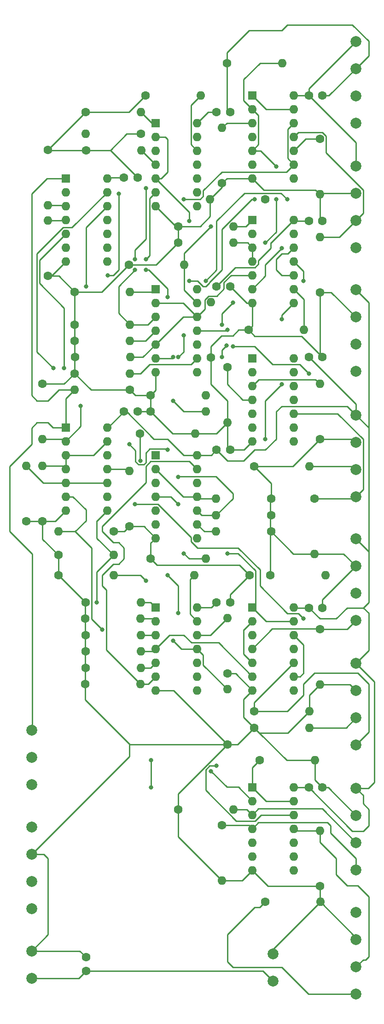
<source format=gbr>
%TF.GenerationSoftware,KiCad,Pcbnew,(6.0.8)*%
%TF.CreationDate,2022-11-05T23:26:06+09:00*%
%TF.ProjectId,CIRCUITOS,43495243-5549-4544-9f53-2e6b69636164,rev?*%
%TF.SameCoordinates,Original*%
%TF.FileFunction,Copper,L1,Top*%
%TF.FilePolarity,Positive*%
%FSLAX46Y46*%
G04 Gerber Fmt 4.6, Leading zero omitted, Abs format (unit mm)*
G04 Created by KiCad (PCBNEW (6.0.8)) date 2022-11-05 23:26:06*
%MOMM*%
%LPD*%
G01*
G04 APERTURE LIST*
%TA.AperFunction,ComponentPad*%
%ADD10C,1.600000*%
%TD*%
%TA.AperFunction,ComponentPad*%
%ADD11O,1.600000X1.600000*%
%TD*%
%TA.AperFunction,ComponentPad*%
%ADD12R,1.600000X1.600000*%
%TD*%
%TA.AperFunction,ComponentPad*%
%ADD13C,2.000000*%
%TD*%
%TA.AperFunction,ViaPad*%
%ADD14C,0.800000*%
%TD*%
%TA.AperFunction,Conductor*%
%ADD15C,0.250000*%
%TD*%
G04 APERTURE END LIST*
D10*
%TO.P,R90,1*%
%TO.N,GND*%
X129920000Y-113000000D03*
D11*
%TO.P,R90,2*%
%TO.N,XO_B_in_A*%
X140080000Y-113000000D03*
%TD*%
D10*
%TO.P,R89,1*%
%TO.N,GND*%
X117920000Y-127000000D03*
D11*
%TO.P,R89,2*%
%TO.N,XO_B_in_B*%
X128080000Y-127000000D03*
%TD*%
D10*
%TO.P,R87,1*%
%TO.N,GND*%
X152080000Y-102000000D03*
D11*
%TO.P,R87,2*%
%TO.N,XO_A_in_B*%
X141920000Y-102000000D03*
%TD*%
D10*
%TO.P,R86,1*%
%TO.N,GND*%
X112920000Y-116000000D03*
D11*
%TO.P,R86,2*%
%TO.N,XO_A_in_A*%
X123080000Y-116000000D03*
%TD*%
D10*
%TO.P,R85,1*%
%TO.N,GND*%
X152080000Y-108000000D03*
D11*
%TO.P,R85,2*%
%TO.N,RX_MJ1*%
X141920000Y-108000000D03*
%TD*%
D10*
%TO.P,R84,1*%
%TO.N,GND*%
X152080000Y-105000000D03*
D11*
%TO.P,R84,2*%
%TO.N,RX_MJ0*%
X141920000Y-105000000D03*
%TD*%
D10*
%TO.P,R83,1*%
%TO.N,GND*%
X117840000Y-136000000D03*
D11*
%TO.P,R83,2*%
%TO.N,XO_C_in_A*%
X128000000Y-136000000D03*
%TD*%
D10*
%TO.P,R82,1*%
%TO.N,GND*%
X144000000Y-147080000D03*
D11*
%TO.P,R82,2*%
%TO.N,XO_C_in_B*%
X144000000Y-136920000D03*
%TD*%
D10*
%TO.P,R81,1*%
%TO.N,GND*%
X117920000Y-130000000D03*
D11*
%TO.P,R81,2*%
%TO.N,RX_MJ4*%
X128080000Y-130000000D03*
%TD*%
D10*
%TO.P,R80,1*%
%TO.N,GND*%
X117920000Y-133000000D03*
D11*
%TO.P,R80,2*%
%TO.N,RX_MJ5*%
X128080000Y-133000000D03*
%TD*%
D10*
%TO.P,R79,1*%
%TO.N,GND*%
X117840000Y-124000000D03*
D11*
%TO.P,R79,2*%
%TO.N,RX_MJ3*%
X128000000Y-124000000D03*
%TD*%
D10*
%TO.P,R78,1*%
%TO.N,GND*%
X117920000Y-121000000D03*
D11*
%TO.P,R78,2*%
%TO.N,RX_MJ2*%
X128080000Y-121000000D03*
%TD*%
D10*
%TO.P,R77,1*%
%TO.N,GND*%
X148080000Y-116000000D03*
D11*
%TO.P,R77,2*%
%TO.N,RX_MJ6*%
X137920000Y-116000000D03*
%TD*%
D10*
%TO.P,R76,1*%
%TO.N,GND*%
X144000000Y-134080000D03*
D11*
%TO.P,R76,2*%
%TO.N,RX_MJ7*%
X144000000Y-123920000D03*
%TD*%
D10*
%TO.P,R69,1*%
%TO.N,GND*%
X123080000Y-108000000D03*
D11*
%TO.P,R69,2*%
%TO.N,AND_J_out*%
X112920000Y-108000000D03*
%TD*%
D10*
%TO.P,R67,1*%
%TO.N,GND*%
X118000000Y-38000000D03*
D11*
%TO.P,R67,2*%
%TO.N,XO_I_in_A*%
X128160000Y-38000000D03*
%TD*%
D10*
%TO.P,R64,1*%
%TO.N,GND*%
X117920000Y-31000000D03*
D11*
%TO.P,R64,2*%
%TO.N,XO_H_in_A*%
X128080000Y-31000000D03*
%TD*%
D10*
%TO.P,R62,1*%
%TO.N,GND*%
X128920000Y-28000000D03*
D11*
%TO.P,R62,2*%
%TO.N,XO_J_in_B*%
X139080000Y-28000000D03*
%TD*%
D10*
%TO.P,R61,1*%
%TO.N,GND*%
X126080000Y-82000000D03*
D11*
%TO.P,R61,2*%
%TO.N,A*%
X115920000Y-82000000D03*
%TD*%
D10*
%TO.P,R60,1*%
%TO.N,GND*%
X111000000Y-37920000D03*
D11*
%TO.P,R60,2*%
%TO.N,AND_C_in_B*%
X111000000Y-48080000D03*
%TD*%
D10*
%TO.P,R59,1*%
%TO.N,GND*%
X110000000Y-80920000D03*
D11*
%TO.P,R59,2*%
%TO.N,AND_D_in_B*%
X110000000Y-91080000D03*
%TD*%
D10*
%TO.P,R54,1*%
%TO.N,GND*%
X110000000Y-106080000D03*
D11*
%TO.P,R54,2*%
%TO.N,AND_I_out*%
X110000000Y-95920000D03*
%TD*%
D10*
%TO.P,R53,1*%
%TO.N,GND*%
X107000000Y-106080000D03*
D11*
%TO.P,R53,2*%
%TO.N,AND_D_out*%
X107000000Y-95920000D03*
%TD*%
D10*
%TO.P,R52,1*%
%TO.N,GND*%
X128080000Y-35000000D03*
D11*
%TO.P,R52,2*%
%TO.N,AND_K_in_B*%
X117920000Y-35000000D03*
%TD*%
D10*
%TO.P,R49,1*%
%TO.N,GND*%
X115920000Y-64000000D03*
D11*
%TO.P,R49,2*%
%TO.N,AND_E_in_A*%
X126080000Y-64000000D03*
%TD*%
D10*
%TO.P,R48,1*%
%TO.N,GND*%
X125920000Y-59000000D03*
D11*
%TO.P,R48,2*%
%TO.N,AND_C_out*%
X136080000Y-59000000D03*
%TD*%
D10*
%TO.P,R46,1*%
%TO.N,GND*%
X115920000Y-73000000D03*
D11*
%TO.P,R46,2*%
%TO.N,AND_F_in_A*%
X126080000Y-73000000D03*
%TD*%
D10*
%TO.P,R45,1*%
%TO.N,GND*%
X116000000Y-76000000D03*
D11*
%TO.P,R45,2*%
%TO.N,AND_B_in_B*%
X126160000Y-76000000D03*
%TD*%
D10*
%TO.P,R44,1*%
%TO.N,GND*%
X115920000Y-79000000D03*
D11*
%TO.P,R44,2*%
%TO.N,AND_H_in_B*%
X126080000Y-79000000D03*
%TD*%
D10*
%TO.P,R43,1*%
%TO.N,GND*%
X111000000Y-61080000D03*
D11*
%TO.P,R43,2*%
%TO.N,AND_A_in_B*%
X111000000Y-50920000D03*
%TD*%
D10*
%TO.P,R41,1*%
%TO.N,GND*%
X134920000Y-52000000D03*
D11*
%TO.P,R41,2*%
%TO.N,AND_A_in_A*%
X145080000Y-52000000D03*
%TD*%
D10*
%TO.P,R38,1*%
%TO.N,GND*%
X134920000Y-55000000D03*
D11*
%TO.P,R38,2*%
%TO.N,AND_A_out*%
X145080000Y-55000000D03*
%TD*%
D10*
%TO.P,R34,1*%
%TO.N,GND*%
X134920000Y-159000000D03*
D11*
%TO.P,R34,2*%
%TO.N,J6_RX*%
X145080000Y-159000000D03*
%TD*%
D10*
%TO.P,R33,1*%
%TO.N,GND*%
X112920000Y-112320000D03*
D11*
%TO.P,R33,2*%
%TO.N,AND_M_out*%
X123080000Y-112320000D03*
%TD*%
D10*
%TO.P,R31,1*%
%TO.N,GND*%
X161000000Y-173080000D03*
D11*
%TO.P,R31,2*%
%TO.N,J7_RX*%
X161000000Y-162920000D03*
%TD*%
D10*
%TO.P,R30,1*%
%TO.N,J6_TX*%
X143000000Y-161920000D03*
D11*
%TO.P,R30,2*%
%TO.N,GND*%
X143000000Y-172080000D03*
%TD*%
D10*
%TO.P,R27,1*%
%TO.N,J7_TX*%
X150920000Y-176000000D03*
D11*
%TO.P,R27,2*%
%TO.N,GND*%
X161080000Y-176000000D03*
%TD*%
D10*
%TO.P,R26,1*%
%TO.N,GND*%
X151920000Y-116000000D03*
D11*
%TO.P,R26,2*%
%TO.N,J4_RX*%
X162080000Y-116000000D03*
%TD*%
D10*
%TO.P,R25,1*%
%TO.N,GND*%
X129920000Y-83000000D03*
D11*
%TO.P,R25,2*%
%TO.N,AND_H_out*%
X140080000Y-83000000D03*
%TD*%
D10*
%TO.P,R24,1*%
%TO.N,GND*%
X126000000Y-107080000D03*
D11*
%TO.P,R24,2*%
%TO.N,AND_K_out*%
X126000000Y-96920000D03*
%TD*%
D10*
%TO.P,R23,1*%
%TO.N,GND*%
X148920000Y-144000000D03*
D11*
%TO.P,R23,2*%
%TO.N,J5_RX*%
X159080000Y-144000000D03*
%TD*%
D10*
%TO.P,R22,1*%
%TO.N,J4_TX*%
X161000000Y-125920000D03*
D11*
%TO.P,R22,2*%
%TO.N,GND*%
X161000000Y-136080000D03*
%TD*%
D10*
%TO.P,R19,1*%
%TO.N,J5_TX*%
X148920000Y-141000000D03*
D11*
%TO.P,R19,2*%
%TO.N,GND*%
X159080000Y-141000000D03*
%TD*%
D10*
%TO.P,R18,1*%
%TO.N,GND*%
X161000000Y-91080000D03*
D11*
%TO.P,R18,2*%
%TO.N,J2_RX*%
X161000000Y-80920000D03*
%TD*%
D10*
%TO.P,R17,1*%
%TO.N,GND*%
X129920000Y-86000000D03*
D11*
%TO.P,R17,2*%
%TO.N,AND_F_out*%
X140080000Y-86000000D03*
%TD*%
D10*
%TO.P,R16,1*%
%TO.N,GND*%
X141000000Y-76080000D03*
D11*
%TO.P,R16,2*%
%TO.N,AND_G_out*%
X141000000Y-65920000D03*
%TD*%
D10*
%TO.P,R15,1*%
%TO.N,GND*%
X148920000Y-96000000D03*
D11*
%TO.P,R15,2*%
%TO.N,J3_RX*%
X159080000Y-96000000D03*
%TD*%
D10*
%TO.P,R14,1*%
%TO.N,J2_TX*%
X144000000Y-77840000D03*
D11*
%TO.P,R14,2*%
%TO.N,GND*%
X144000000Y-88000000D03*
%TD*%
D10*
%TO.P,R11,1*%
%TO.N,J3_TX*%
X160000000Y-101920000D03*
D11*
%TO.P,R11,2*%
%TO.N,GND*%
X160000000Y-112080000D03*
%TD*%
D10*
%TO.P,R10,1*%
%TO.N,GND*%
X143000000Y-44080000D03*
D11*
%TO.P,R10,2*%
%TO.N,J0_RX*%
X143000000Y-33920000D03*
%TD*%
D10*
%TO.P,R9,1*%
%TO.N,GND*%
X143920000Y-22000000D03*
D11*
%TO.P,R9,2*%
%TO.N,AND_B_out*%
X154080000Y-22000000D03*
%TD*%
D10*
%TO.P,R8,1*%
%TO.N,GND*%
X115920000Y-70000000D03*
D11*
%TO.P,R8,2*%
%TO.N,AND_E_out*%
X126080000Y-70000000D03*
%TD*%
D10*
%TO.P,R7,1*%
%TO.N,GND*%
X161000000Y-64080000D03*
D11*
%TO.P,R7,2*%
%TO.N,J1_RX*%
X161000000Y-53920000D03*
%TD*%
D10*
%TO.P,R6,1*%
%TO.N,J0_TX*%
X151000000Y-47000000D03*
D11*
%TO.P,R6,2*%
%TO.N,GND*%
X140840000Y-47000000D03*
%TD*%
D10*
%TO.P,R3,1*%
%TO.N,J1_TX*%
X161000000Y-35920000D03*
D11*
%TO.P,R3,2*%
%TO.N,GND*%
X161000000Y-46080000D03*
%TD*%
D10*
%TO.P,R2,1*%
%TO.N,To_RX*%
X127920000Y-90000000D03*
D11*
%TO.P,R2,2*%
%TO.N,GND*%
X138080000Y-90000000D03*
%TD*%
D10*
%TO.P,R1,1*%
%TO.N,TX_master*%
X149920000Y-150000000D03*
D11*
%TO.P,R1,2*%
%TO.N,GND*%
X160080000Y-150000000D03*
%TD*%
D10*
%TO.P,R58,1*%
%TO.N,GND*%
X147920000Y-71000000D03*
D11*
%TO.P,R58,2*%
%TO.N,AND_D_in_B*%
X158080000Y-71000000D03*
%TD*%
D12*
%TO.P,PXor3,1,1_Ia*%
%TO.N,XO_A_in_A*%
X130820000Y-93980000D03*
D11*
%TO.P,PXor3,2,1_Ib*%
%TO.N,XO_A_in_B*%
X130820000Y-96520000D03*
%TO.P,PXor3,3,1_O*%
%TO.N,To_RX*%
X130820000Y-99060000D03*
%TO.P,PXor3,4,2_Ia*%
%TO.N,XO_B_in_A*%
X130820000Y-101600000D03*
%TO.P,PXor3,5,2_Ib*%
%TO.N,XO_B_in_B*%
X130820000Y-104140000D03*
%TO.P,PXor3,6,2_O*%
%TO.N,XO_A_in_A*%
X130820000Y-106680000D03*
%TO.P,PXor3,7,GND*%
%TO.N,GND*%
X130820000Y-109220000D03*
%TO.P,PXor3,8,4_O*%
%TO.N,XO_B_in_A*%
X138440000Y-109220000D03*
%TO.P,PXor3,9,4_lb*%
%TO.N,RX_MJ1*%
X138440000Y-106680000D03*
%TO.P,PXor3,10,4_Ia*%
%TO.N,RX_MJ0*%
X138440000Y-104140000D03*
%TO.P,PXor3,11,3_O*%
%TO.N,XO_A_in_B*%
X138440000Y-101600000D03*
%TO.P,PXor3,12,3_lb*%
%TO.N,XO_C_in_B*%
X138440000Y-99060000D03*
%TO.P,PXor3,13,3_Ia*%
%TO.N,XO_C_in_A*%
X138440000Y-96520000D03*
%TO.P,PXor3,14,VCC*%
%TO.N,VCC_SERIAL*%
X138440000Y-93980000D03*
%TD*%
D12*
%TO.P,PXor2,1,1_Ia*%
%TO.N,RX_MJ2*%
X130820000Y-121920000D03*
D11*
%TO.P,PXor2,2,1_Ib*%
%TO.N,RX_MJ3*%
X130820000Y-124460000D03*
%TO.P,PXor2,3,1_O*%
%TO.N,XO_B_in_B*%
X130820000Y-127000000D03*
%TO.P,PXor2,4,2_Ia*%
%TO.N,RX_MJ4*%
X130820000Y-129540000D03*
%TO.P,PXor2,5,2_Ib*%
%TO.N,RX_MJ5*%
X130820000Y-132080000D03*
%TO.P,PXor2,6,2_O*%
%TO.N,XO_C_in_A*%
X130820000Y-134620000D03*
%TO.P,PXor2,7,GND*%
%TO.N,GND*%
X130820000Y-137160000D03*
%TO.P,PXor2,8,4_O*%
%TO.N,unconnected-(PXor2-Pad8)*%
X138440000Y-137160000D03*
%TO.P,PXor2,9,4_lb*%
%TO.N,unconnected-(PXor2-Pad9)*%
X138440000Y-134620000D03*
%TO.P,PXor2,10,4_Ia*%
%TO.N,unconnected-(PXor2-Pad10)*%
X138440000Y-132080000D03*
%TO.P,PXor2,11,3_O*%
%TO.N,XO_C_in_B*%
X138440000Y-129540000D03*
%TO.P,PXor2,12,3_lb*%
%TO.N,RX_MJ7*%
X138440000Y-127000000D03*
%TO.P,PXor2,13,3_Ia*%
%TO.N,RX_MJ6*%
X138440000Y-124460000D03*
%TO.P,PXor2,14,VCC*%
%TO.N,VCC_SERIAL*%
X138440000Y-121920000D03*
%TD*%
D12*
%TO.P,PXor1,1,1_Ia*%
%TO.N,XO_H_in_A*%
X130820000Y-33015000D03*
D11*
%TO.P,PXor1,2,1_Ib*%
%TO.N,AND_C_out*%
X130820000Y-35555000D03*
%TO.P,PXor1,3,1_O*%
%TO.N,AND_E_in_A*%
X130820000Y-38095000D03*
%TO.P,PXor1,4,2_Ia*%
%TO.N,XO_I_in_A*%
X130820000Y-40635000D03*
%TO.P,PXor1,5,2_Ib*%
%TO.N,AND_C_out*%
X130820000Y-43175000D03*
%TO.P,PXor1,6,2_O*%
%TO.N,AND_F_in_A*%
X130820000Y-45715000D03*
%TO.P,PXor1,7,GND*%
%TO.N,GND*%
X130820000Y-48255000D03*
%TO.P,PXor1,8,4_O*%
%TO.N,unconnected-(PXor1-Pad8)*%
X138440000Y-48255000D03*
%TO.P,PXor1,9,4_lb*%
%TO.N,unconnected-(PXor1-Pad9)*%
X138440000Y-45715000D03*
%TO.P,PXor1,10,4_Ia*%
%TO.N,unconnected-(PXor1-Pad10)*%
X138440000Y-43175000D03*
%TO.P,PXor1,11,3_O*%
%TO.N,AND_H_in_B*%
X138440000Y-40635000D03*
%TO.P,PXor1,12,3_lb*%
%TO.N,XO_J_in_B*%
X138440000Y-38095000D03*
%TO.P,PXor1,13,3_Ia*%
%TO.N,AND_I_out*%
X138440000Y-35555000D03*
%TO.P,PXor1,14,VCC*%
%TO.N,VCC_SERIAL*%
X138440000Y-33015000D03*
%TD*%
%TO.P,PAND7,14,VCC*%
%TO.N,VCC_SERIAL*%
X156220000Y-154935000D03*
%TO.P,PAND7,13,3_Ia*%
%TO.N,TX_master*%
X156220000Y-157475000D03*
%TO.P,PAND7,12,3_lb*%
%TO.N,AND_J_out*%
X156220000Y-160015000D03*
%TO.P,PAND7,11,3_O*%
%TO.N,J7_RX*%
X156220000Y-162555000D03*
%TO.P,PAND7,10,4_Ia*%
%TO.N,J7_TX*%
X156220000Y-165095000D03*
%TO.P,PAND7,9,4_lb*%
%TO.N,AND_J_out*%
X156220000Y-167635000D03*
%TO.P,PAND7,8,4_O*%
%TO.N,RX_MJ7*%
X156220000Y-170175000D03*
%TO.P,PAND7,7,GND*%
%TO.N,GND*%
X148600000Y-170175000D03*
%TO.P,PAND7,6,2_O*%
%TO.N,RX_MJ6*%
X148600000Y-167635000D03*
%TO.P,PAND7,5,2_Ib*%
%TO.N,AND_M_out*%
X148600000Y-165095000D03*
%TO.P,PAND7,4,2_Ia*%
%TO.N,J6_TX*%
X148600000Y-162555000D03*
%TO.P,PAND7,3,1_O*%
%TO.N,J6_RX*%
X148600000Y-160015000D03*
%TO.P,PAND7,2,1_Ib*%
%TO.N,AND_M_out*%
X148600000Y-157475000D03*
D12*
%TO.P,PAND7,1,1_Ia*%
%TO.N,TX_master*%
X148600000Y-154935000D03*
%TD*%
D11*
%TO.P,PAND6,14,VCC*%
%TO.N,VCC_SERIAL*%
X156220000Y-121915000D03*
%TO.P,PAND6,13,3_Ia*%
%TO.N,TX_master*%
X156220000Y-124455000D03*
%TO.P,PAND6,12,3_lb*%
%TO.N,AND_K_out*%
X156220000Y-126995000D03*
%TO.P,PAND6,11,3_O*%
%TO.N,J5_RX*%
X156220000Y-129535000D03*
%TO.P,PAND6,10,4_Ia*%
%TO.N,J5_TX*%
X156220000Y-132075000D03*
%TO.P,PAND6,9,4_lb*%
%TO.N,AND_K_out*%
X156220000Y-134615000D03*
%TO.P,PAND6,8,4_O*%
%TO.N,RX_MJ5*%
X156220000Y-137155000D03*
%TO.P,PAND6,7,GND*%
%TO.N,GND*%
X148600000Y-137155000D03*
%TO.P,PAND6,6,2_O*%
%TO.N,RX_MJ4*%
X148600000Y-134615000D03*
%TO.P,PAND6,5,2_Ib*%
%TO.N,AND_H_out*%
X148600000Y-132075000D03*
%TO.P,PAND6,4,2_Ia*%
%TO.N,J4_TX*%
X148600000Y-129535000D03*
%TO.P,PAND6,3,1_O*%
%TO.N,J4_RX*%
X148600000Y-126995000D03*
%TO.P,PAND6,2,1_Ib*%
%TO.N,AND_H_out*%
X148600000Y-124455000D03*
D12*
%TO.P,PAND6,1,1_Ia*%
%TO.N,TX_master*%
X148600000Y-121915000D03*
%TD*%
D11*
%TO.P,PAND5,14,VCC*%
%TO.N,VCC_SERIAL*%
X156220000Y-76200000D03*
%TO.P,PAND5,13,3_Ia*%
%TO.N,TX_master*%
X156220000Y-78740000D03*
%TO.P,PAND5,12,3_lb*%
%TO.N,AND_G_out*%
X156220000Y-81280000D03*
%TO.P,PAND5,11,3_O*%
%TO.N,J3_RX*%
X156220000Y-83820000D03*
%TO.P,PAND5,10,4_Ia*%
%TO.N,J3_TX*%
X156220000Y-86360000D03*
%TO.P,PAND5,9,4_lb*%
%TO.N,AND_G_out*%
X156220000Y-88900000D03*
%TO.P,PAND5,8,4_O*%
%TO.N,RX_MJ3*%
X156220000Y-91440000D03*
%TO.P,PAND5,7,GND*%
%TO.N,GND*%
X148600000Y-91440000D03*
%TO.P,PAND5,6,2_O*%
%TO.N,RX_MJ2*%
X148600000Y-88900000D03*
%TO.P,PAND5,5,2_Ib*%
%TO.N,AND_F_out*%
X148600000Y-86360000D03*
%TO.P,PAND5,4,2_Ia*%
%TO.N,J2_TX*%
X148600000Y-83820000D03*
%TO.P,PAND5,3,1_O*%
%TO.N,J2_RX*%
X148600000Y-81280000D03*
%TO.P,PAND5,2,1_Ib*%
%TO.N,AND_F_out*%
X148600000Y-78740000D03*
D12*
%TO.P,PAND5,1,1_Ia*%
%TO.N,TX_master*%
X148600000Y-76200000D03*
%TD*%
%TO.P,PAND4,1,1_Ia*%
%TO.N,TX_master*%
X148600000Y-27935000D03*
D11*
%TO.P,PAND4,2,1_Ib*%
%TO.N,AND_B_out*%
X148600000Y-30475000D03*
%TO.P,PAND4,3,1_O*%
%TO.N,J0_RX*%
X148600000Y-33015000D03*
%TO.P,PAND4,4,2_Ia*%
%TO.N,J0_TX*%
X148600000Y-35555000D03*
%TO.P,PAND4,5,2_Ib*%
%TO.N,AND_B_out*%
X148600000Y-38095000D03*
%TO.P,PAND4,6,2_O*%
%TO.N,RX_MJ0*%
X148600000Y-40635000D03*
%TO.P,PAND4,7,GND*%
%TO.N,GND*%
X148600000Y-43175000D03*
%TO.P,PAND4,8,4_O*%
%TO.N,RX_MJ1*%
X156220000Y-43175000D03*
%TO.P,PAND4,9,4_lb*%
%TO.N,AND_E_out*%
X156220000Y-40635000D03*
%TO.P,PAND4,10,4_Ia*%
%TO.N,J1_TX*%
X156220000Y-38095000D03*
%TO.P,PAND4,11,3_O*%
%TO.N,J1_RX*%
X156220000Y-35555000D03*
%TO.P,PAND4,12,3_lb*%
%TO.N,AND_E_out*%
X156220000Y-33015000D03*
%TO.P,PAND4,13,3_Ia*%
%TO.N,TX_master*%
X156220000Y-30475000D03*
%TO.P,PAND4,14,VCC*%
%TO.N,VCC_SERIAL*%
X156220000Y-27935000D03*
%TD*%
D12*
%TO.P,PAND3,1,1_Ia*%
%TO.N,A*%
X114300000Y-88895000D03*
D11*
%TO.P,PAND3,2,1_Ib*%
%TO.N,AND_D_in_B*%
X114300000Y-91435000D03*
%TO.P,PAND3,3,1_O*%
%TO.N,AND_I_out*%
X114300000Y-93975000D03*
%TO.P,PAND3,4,2_Ia*%
X114300000Y-96515000D03*
%TO.P,PAND3,5,2_Ib*%
%TO.N,AND_D_out*%
X114300000Y-99055000D03*
%TO.P,PAND3,6,2_O*%
%TO.N,AND_J_out*%
X114300000Y-101595000D03*
%TO.P,PAND3,7,GND*%
%TO.N,GND*%
X114300000Y-104135000D03*
%TO.P,PAND3,8,4_O*%
%TO.N,AND_M_out*%
X121920000Y-104135000D03*
%TO.P,PAND3,9,4_lb*%
%TO.N,AND_K_in_B*%
X121920000Y-101595000D03*
%TO.P,PAND3,10,4_Ia*%
%TO.N,AND_D_out*%
X121920000Y-99055000D03*
%TO.P,PAND3,11,3_O*%
%TO.N,AND_K_out*%
X121920000Y-96515000D03*
%TO.P,PAND3,12,3_lb*%
%TO.N,AND_K_in_B*%
X121920000Y-93975000D03*
%TO.P,PAND3,13,3_Ia*%
%TO.N,AND_I_out*%
X121920000Y-91435000D03*
%TO.P,PAND3,14,VCC*%
%TO.N,VCC_SERIAL*%
X121920000Y-88895000D03*
%TD*%
D12*
%TO.P,PAND2,1,1_Ia*%
%TO.N,AND_E_in_A*%
X130820000Y-63500000D03*
D11*
%TO.P,PAND2,2,1_Ib*%
%TO.N,AND_B_in_B*%
X130820000Y-66040000D03*
%TO.P,PAND2,3,1_O*%
%TO.N,AND_E_out*%
X130820000Y-68580000D03*
%TO.P,PAND2,4,2_Ia*%
%TO.N,AND_F_in_A*%
X130820000Y-71120000D03*
%TO.P,PAND2,5,2_Ib*%
%TO.N,AND_B_in_B*%
X130820000Y-73660000D03*
%TO.P,PAND2,6,2_O*%
%TO.N,AND_F_out*%
X130820000Y-76200000D03*
%TO.P,PAND2,7,GND*%
%TO.N,GND*%
X130820000Y-78740000D03*
%TO.P,PAND2,8,4_O*%
%TO.N,AND_H_out*%
X138440000Y-78740000D03*
%TO.P,PAND2,9,4_lb*%
%TO.N,AND_H_in_B*%
X138440000Y-76200000D03*
%TO.P,PAND2,10,4_Ia*%
%TO.N,AND_A_in_B*%
X138440000Y-73660000D03*
%TO.P,PAND2,11,3_O*%
%TO.N,AND_G_out*%
X138440000Y-71120000D03*
%TO.P,PAND2,12,3_lb*%
%TO.N,AND_B_in_B*%
X138440000Y-68580000D03*
%TO.P,PAND2,13,3_Ia*%
%TO.N,AND_C_out*%
X138440000Y-66040000D03*
%TO.P,PAND2,14,VCC*%
%TO.N,VCC_SERIAL*%
X138440000Y-63500000D03*
%TD*%
D12*
%TO.P,PAND1,1,1_Ia*%
%TO.N,AND_A_in_A*%
X148600000Y-50795000D03*
D11*
%TO.P,PAND1,2,1_Ib*%
%TO.N,AND_A_in_B*%
X148600000Y-53335000D03*
%TO.P,PAND1,3,1_O*%
%TO.N,AND_A_out*%
X148600000Y-55875000D03*
%TO.P,PAND1,4,2_Ia*%
X148600000Y-58415000D03*
%TO.P,PAND1,5,2_Ib*%
%TO.N,AND_B_in_B*%
X148600000Y-60955000D03*
%TO.P,PAND1,6,2_O*%
%TO.N,AND_B_out*%
X148600000Y-63495000D03*
%TO.P,PAND1,7,GND*%
%TO.N,GND*%
X148600000Y-66035000D03*
%TO.P,PAND1,8,4_O*%
%TO.N,AND_D_out*%
X156220000Y-66035000D03*
%TO.P,PAND1,9,4_lb*%
%TO.N,AND_D_in_B*%
X156220000Y-63495000D03*
%TO.P,PAND1,10,4_Ia*%
%TO.N,AND_C_in_B*%
X156220000Y-60955000D03*
%TO.P,PAND1,11,3_O*%
%TO.N,AND_C_out*%
X156220000Y-58415000D03*
%TO.P,PAND1,12,3_lb*%
%TO.N,AND_C_in_B*%
X156220000Y-55875000D03*
%TO.P,PAND1,13,3_Ia*%
%TO.N,A*%
X156220000Y-53335000D03*
%TO.P,PAND1,14,VCC*%
%TO.N,VCC_SERIAL*%
X156220000Y-50795000D03*
%TD*%
D13*
%TO.P,JSerial_R-P1,1,Pin_1*%
%TO.N,VCC_SERIAL*%
X108000000Y-162260000D03*
%TO.P,JSerial_R-P1,2,Pin_2*%
%TO.N,GND*%
X108000000Y-167260000D03*
%TO.P,JSerial_R-P1,3,Pin_3*%
%TO.N,To_RX*%
X108000000Y-172260000D03*
%TO.P,JSerial_R-P1,4,Pin_4*%
%TO.N,TX_master*%
X108000000Y-177260000D03*
%TD*%
%TO.P,JSelector1,1,Pin_1*%
%TO.N,A*%
X108000000Y-144440000D03*
%TO.P,JSelector1,2,Pin_2*%
%TO.N,AND_C_in_B*%
X108000000Y-149440000D03*
%TO.P,JSelector1,3,Pin_3*%
%TO.N,AND_D_in_B*%
X108000000Y-154440000D03*
%TD*%
%TO.P,JPower2,1,Pin_1*%
%TO.N,Net-(C1-Pad1)*%
X152400000Y-190500000D03*
%TO.P,JPower2,2,Pin_2*%
%TO.N,GND*%
X152400000Y-185500000D03*
%TD*%
%TO.P,JPower1,1,Pin_1*%
%TO.N,GND*%
X108000000Y-185000000D03*
%TO.P,JPower1,2,Pin_2*%
%TO.N,Net-(C1-Pad1)*%
X108000000Y-190000000D03*
%TD*%
%TO.P,J7,1,Pin_1*%
%TO.N,VCC_SERIAL*%
X167640000Y-177920000D03*
%TO.P,J7,2,Pin_2*%
%TO.N,GND*%
X167640000Y-182920000D03*
%TO.P,J7,3,Pin_3*%
%TO.N,J7_RX*%
X167640000Y-187920000D03*
%TO.P,J7,4,Pin_4*%
%TO.N,J7_TX*%
X167640000Y-192920000D03*
%TD*%
%TO.P,J6,1,Pin_1*%
%TO.N,VCC_SERIAL*%
X167640000Y-155100000D03*
%TO.P,J6,2,Pin_2*%
%TO.N,GND*%
X167640000Y-160100000D03*
%TO.P,J6,3,Pin_3*%
%TO.N,J6_RX*%
X167640000Y-165100000D03*
%TO.P,J6,4,Pin_4*%
%TO.N,J6_TX*%
X167640000Y-170100000D03*
%TD*%
%TO.P,J5,1,Pin_1*%
%TO.N,VCC_SERIAL*%
X167640000Y-132200000D03*
%TO.P,J5,2,Pin_2*%
%TO.N,GND*%
X167640000Y-137200000D03*
%TO.P,J5,3,Pin_3*%
%TO.N,J5_RX*%
X167640000Y-142200000D03*
%TO.P,J5,4,Pin_4*%
%TO.N,J5_TX*%
X167640000Y-147200000D03*
%TD*%
%TO.P,J4,1,Pin_1*%
%TO.N,VCC_SERIAL*%
X167640000Y-109340000D03*
%TO.P,J4,2,Pin_2*%
%TO.N,GND*%
X167640000Y-114340000D03*
%TO.P,J4,3,Pin_3*%
%TO.N,J4_RX*%
X167640000Y-119340000D03*
%TO.P,J4,4,Pin_4*%
%TO.N,J4_TX*%
X167640000Y-124340000D03*
%TD*%
%TO.P,J3,1,Pin_1*%
%TO.N,VCC_SERIAL*%
X167640000Y-86600000D03*
%TO.P,J3,2,Pin_2*%
%TO.N,GND*%
X167640000Y-91600000D03*
%TO.P,J3,3,Pin_3*%
%TO.N,J3_RX*%
X167640000Y-96600000D03*
%TO.P,J3,4,Pin_4*%
%TO.N,J3_TX*%
X167640000Y-101600000D03*
%TD*%
%TO.P,J2,1,Pin_1*%
%TO.N,VCC_SERIAL*%
X167640000Y-63620000D03*
%TO.P,J2,2,Pin_2*%
%TO.N,GND*%
X167640000Y-68620000D03*
%TO.P,J2,3,Pin_3*%
%TO.N,J2_RX*%
X167640000Y-73620000D03*
%TO.P,J2,4,Pin_4*%
%TO.N,J2_TX*%
X167640000Y-78620000D03*
%TD*%
%TO.P,J1,1,Pin_1*%
%TO.N,VCC_SERIAL*%
X167640000Y-40880000D03*
%TO.P,J1,2,Pin_2*%
%TO.N,GND*%
X167640000Y-45880000D03*
%TO.P,J1,3,Pin_3*%
%TO.N,J1_RX*%
X167640000Y-50880000D03*
%TO.P,J1,4,Pin_4*%
%TO.N,J1_TX*%
X167640000Y-55880000D03*
%TD*%
%TO.P,J0,1,Pin_1*%
%TO.N,VCC_SERIAL*%
X167640000Y-18020000D03*
%TO.P,J0,2,Pin_2*%
%TO.N,GND*%
X167640000Y-23020000D03*
%TO.P,J0,3,Pin_3*%
%TO.N,J0_RX*%
X167640000Y-28020000D03*
%TO.P,J0,4,Pin_4*%
%TO.N,J0_TX*%
X167640000Y-33020000D03*
%TD*%
D12*
%TO.P,INOT1,1,1_I*%
%TO.N,A*%
X114300000Y-43175000D03*
D11*
%TO.P,INOT1,2,1_O*%
%TO.N,AND_A_in_A*%
X114300000Y-45715000D03*
%TO.P,INOT1,3,2_I*%
%TO.N,AND_C_in_B*%
X114300000Y-48255000D03*
%TO.P,INOT1,4,2_O*%
%TO.N,AND_A_in_B*%
X114300000Y-50795000D03*
%TO.P,INOT1,5,3_I*%
%TO.N,AND_D_in_B*%
X114300000Y-53335000D03*
%TO.P,INOT1,6,3_O*%
%TO.N,AND_B_in_B*%
X114300000Y-55875000D03*
%TO.P,INOT1,7,GND*%
%TO.N,GND*%
X114300000Y-58415000D03*
%TO.P,INOT1,8,4_O*%
%TO.N,unconnected-(INOT1-Pad8)*%
X121920000Y-58415000D03*
%TO.P,INOT1,9,4_l*%
%TO.N,unconnected-(INOT1-Pad9)*%
X121920000Y-55875000D03*
%TO.P,INOT1,10,5_O*%
%TO.N,unconnected-(INOT1-Pad10)*%
X121920000Y-53335000D03*
%TO.P,INOT1,11,5_I*%
%TO.N,unconnected-(INOT1-Pad11)*%
X121920000Y-50795000D03*
%TO.P,INOT1,12,6_O*%
%TO.N,AND_K_in_B*%
X121920000Y-48255000D03*
%TO.P,INOT1,13,6_I*%
%TO.N,AND_J_out*%
X121920000Y-45715000D03*
%TO.P,INOT1,14,VCC*%
%TO.N,VCC_SERIAL*%
X121920000Y-43175000D03*
%TD*%
D10*
%TO.P,C12,1*%
%TO.N,VCC_SERIAL*%
X159000000Y-122000000D03*
%TO.P,C12,2*%
%TO.N,GND*%
X161500000Y-122000000D03*
%TD*%
%TO.P,C11,1*%
%TO.N,VCC_SERIAL*%
X125000000Y-43000000D03*
%TO.P,C11,2*%
%TO.N,GND*%
X127500000Y-43000000D03*
%TD*%
%TO.P,C10,1*%
%TO.N,VCC_SERIAL*%
X159000000Y-51000000D03*
%TO.P,C10,2*%
%TO.N,GND*%
X161500000Y-51000000D03*
%TD*%
%TO.P,C9,1*%
%TO.N,VCC_SERIAL*%
X142000000Y-93000000D03*
%TO.P,C9,2*%
%TO.N,GND*%
X144500000Y-93000000D03*
%TD*%
%TO.P,C8,1*%
%TO.N,VCC_SERIAL*%
X142000000Y-121000000D03*
%TO.P,C8,2*%
%TO.N,GND*%
X144500000Y-121000000D03*
%TD*%
%TO.P,C7,1*%
%TO.N,VCC_SERIAL*%
X125000000Y-86000000D03*
%TO.P,C7,2*%
%TO.N,GND*%
X127500000Y-86000000D03*
%TD*%
%TO.P,C6,1*%
%TO.N,VCC_SERIAL*%
X159000000Y-76000000D03*
%TO.P,C6,2*%
%TO.N,GND*%
X161500000Y-76000000D03*
%TD*%
%TO.P,C5,1*%
%TO.N,VCC_SERIAL*%
X159000000Y-155000000D03*
%TO.P,C5,2*%
%TO.N,GND*%
X161500000Y-155000000D03*
%TD*%
%TO.P,C4,1*%
%TO.N,VCC_SERIAL*%
X142000000Y-31000000D03*
%TO.P,C4,2*%
%TO.N,GND*%
X144500000Y-31000000D03*
%TD*%
%TO.P,C3,1*%
%TO.N,VCC_SERIAL*%
X142000000Y-63000000D03*
%TO.P,C3,2*%
%TO.N,GND*%
X144500000Y-63000000D03*
%TD*%
%TO.P,C2,1*%
%TO.N,VCC_SERIAL*%
X159000000Y-28000000D03*
%TO.P,C2,2*%
%TO.N,GND*%
X161500000Y-28000000D03*
%TD*%
%TO.P,C1,1*%
%TO.N,Net-(C1-Pad1)*%
X118000000Y-188660000D03*
%TO.P,C1,2*%
%TO.N,GND*%
X118000000Y-186160000D03*
%TD*%
D14*
%TO.N,RX_MJ0*%
X135000000Y-98000000D03*
X133000000Y-93000000D03*
X126000000Y-92000000D03*
X135000000Y-76000000D03*
X136000000Y-72000000D03*
X137000000Y-62000000D03*
X149000000Y-47000000D03*
%TO.N,RX_MJ1*%
X155000000Y-47000000D03*
X140000000Y-62000000D03*
X145000000Y-66000000D03*
X143000000Y-70000000D03*
X143858198Y-73858198D03*
X143000000Y-76000000D03*
%TO.N,AND_G_out*%
X159000000Y-79000000D03*
X145000000Y-74000000D03*
X144000000Y-71000000D03*
%TO.N,XO_C_in_B*%
X133000000Y-116000000D03*
X135000000Y-123000000D03*
X134000000Y-128000000D03*
%TO.N,XO_B_in_A*%
X135000000Y-103000000D03*
X136000000Y-112000000D03*
%TO.N,TX_master*%
X154000000Y-81000000D03*
X151000000Y-91000000D03*
X144000000Y-112000000D03*
%TO.N,AND_K_out*%
X158000000Y-124000000D03*
X127000000Y-103000000D03*
%TO.N,To_RX*%
X128000000Y-95000000D03*
%TO.N,AND_F_out*%
X134000000Y-84000000D03*
X134000000Y-76000000D03*
%TO.N,AND_B_out*%
X154000000Y-56000000D03*
X151000000Y-55000000D03*
X153000000Y-47000000D03*
X153000000Y-41000000D03*
%TO.N,AND_E_out*%
X127000000Y-60000000D03*
X127000000Y-58000000D03*
X129000000Y-45000000D03*
X136000000Y-47000000D03*
%TO.N,AND_F_in_A*%
X133000000Y-65000000D03*
X129000000Y-60000000D03*
X129000000Y-58000000D03*
%TO.N,AND_D_in_B*%
X117045000Y-84955000D03*
X114000000Y-78000000D03*
%TO.N,AND_D_out*%
X154000000Y-69000000D03*
%TO.N,AND_K_in_B*%
X118000000Y-63000000D03*
%TO.N,AND_C_out*%
X141000000Y-52000000D03*
X137000000Y-51000000D03*
%TO.N,AND_E_in_A*%
X122000000Y-61000000D03*
X124000000Y-46000000D03*
%TO.N,AND_J_out*%
X121000000Y-126000000D03*
X142000000Y-151000000D03*
%TO.N,AND_M_out*%
X120000000Y-121000000D03*
X141000000Y-152000000D03*
%TO.N,XO_A_in_A*%
X129000000Y-117000000D03*
%TO.N,AND_J_out*%
X112000000Y-78000000D03*
%TO.N,RX_MJ6*%
X130000000Y-150000000D03*
X130000000Y-155000000D03*
%TO.N,AND_C_out*%
X158000000Y-62000000D03*
%TD*%
D15*
%TO.N,GND*%
X170000000Y-20660000D02*
X167640000Y-23020000D01*
X170000000Y-18000000D02*
X170000000Y-20660000D01*
X167000000Y-15000000D02*
X170000000Y-18000000D01*
X155000000Y-15000000D02*
X167000000Y-15000000D01*
X154000000Y-16000000D02*
X155000000Y-15000000D01*
X148000000Y-16000000D02*
X154000000Y-16000000D01*
X143920000Y-20080000D02*
X148000000Y-16000000D01*
X143920000Y-22000000D02*
X143920000Y-20080000D01*
%TO.N,RX_MJ0*%
X145000000Y-101000000D02*
X145000000Y-101920000D01*
X141935000Y-97935000D02*
X145000000Y-101000000D01*
X145000000Y-101920000D02*
X141920000Y-105000000D01*
X135065000Y-97935000D02*
X141935000Y-97935000D01*
X135000000Y-98000000D02*
X135065000Y-97935000D01*
X127125000Y-93125000D02*
X126000000Y-92000000D01*
X127699695Y-95725000D02*
X127125000Y-95150305D01*
X127125000Y-95150305D02*
X127125000Y-93125000D01*
X129695000Y-92855000D02*
X129000000Y-93550000D01*
X128638604Y-95725000D02*
X127699695Y-95725000D01*
X129000000Y-95363604D02*
X128638604Y-95725000D01*
X132855000Y-92855000D02*
X129695000Y-92855000D01*
X129000000Y-93550000D02*
X129000000Y-95363604D01*
X133000000Y-93000000D02*
X132855000Y-92855000D01*
%TO.N,VCC_SERIAL*%
X125510991Y-86000000D02*
X125000000Y-86000000D01*
X130510992Y-91000000D02*
X125510991Y-86000000D01*
X133000000Y-91000000D02*
X130510992Y-91000000D01*
X135980000Y-93980000D02*
X133000000Y-91000000D01*
X138440000Y-93980000D02*
X135980000Y-93980000D01*
%TO.N,RX_MJ0*%
X136000000Y-75000000D02*
X135000000Y-76000000D01*
X136000000Y-72000000D02*
X136000000Y-75000000D01*
X138530991Y-62000000D02*
X137000000Y-62000000D01*
X140025305Y-63000000D02*
X139530991Y-63000000D01*
X140725000Y-62300305D02*
X140025305Y-63000000D01*
X143000000Y-52489009D02*
X143000000Y-60000000D01*
X140725000Y-62275000D02*
X140725000Y-62300305D01*
X148489009Y-47000000D02*
X143000000Y-52489009D01*
X143000000Y-60000000D02*
X140725000Y-62275000D01*
X149000000Y-47000000D02*
X148489009Y-47000000D01*
X139530991Y-63000000D02*
X138530991Y-62000000D01*
%TO.N,RX_MJ1*%
X153875000Y-45875000D02*
X155000000Y-47000000D01*
X147125000Y-45875000D02*
X153875000Y-45875000D01*
X142000000Y-51000000D02*
X147125000Y-45875000D01*
X142000000Y-60000000D02*
X142000000Y-51000000D01*
X140000000Y-62000000D02*
X142000000Y-60000000D01*
X143000000Y-68000000D02*
X145000000Y-66000000D01*
X143000000Y-70000000D02*
X143000000Y-68000000D01*
%TO.N,GND*%
X141000000Y-74000000D02*
X142960000Y-72040000D01*
X142960000Y-72040000D02*
X145040000Y-72040000D01*
X146080000Y-71000000D02*
X145040000Y-72040000D01*
X141000000Y-76080000D02*
X141000000Y-74000000D01*
%TO.N,RX_MJ1*%
X143000000Y-74716396D02*
X143858198Y-73858198D01*
X143000000Y-76000000D02*
X143000000Y-74716396D01*
%TO.N,AND_G_out*%
X157325000Y-77325000D02*
X159000000Y-79000000D01*
X152325000Y-77325000D02*
X157325000Y-77325000D01*
X149000000Y-74000000D02*
X152325000Y-77325000D01*
X145000000Y-74000000D02*
X149000000Y-74000000D01*
X143880000Y-71120000D02*
X144000000Y-71000000D01*
X138440000Y-71120000D02*
X143880000Y-71120000D01*
%TO.N,AND_B_in_B*%
X143375000Y-63465991D02*
X143375000Y-62261396D01*
X139875000Y-65454009D02*
X140534009Y-64795000D01*
X143375000Y-62261396D02*
X144681396Y-60955000D01*
X144681396Y-60955000D02*
X148600000Y-60955000D01*
X139875000Y-67145000D02*
X139875000Y-65454009D01*
X140534009Y-64795000D02*
X142045991Y-64795000D01*
X142045991Y-64795000D02*
X143375000Y-63465991D01*
X138440000Y-68580000D02*
X139875000Y-67145000D01*
%TO.N,XO_C_in_B*%
X135000000Y-118000000D02*
X133000000Y-116000000D01*
X135000000Y-123000000D02*
X135000000Y-118000000D01*
X135540000Y-129540000D02*
X134000000Y-128000000D01*
X138440000Y-129540000D02*
X135540000Y-129540000D01*
%TO.N,RX_MJ4*%
X142400000Y-128415000D02*
X148600000Y-134615000D01*
X136000000Y-127000000D02*
X137415000Y-128415000D01*
X133360000Y-127000000D02*
X136000000Y-127000000D01*
X137415000Y-128415000D02*
X142400000Y-128415000D01*
X130820000Y-129540000D02*
X133360000Y-127000000D01*
%TO.N,XO_B_in_A*%
X133600000Y-101600000D02*
X130820000Y-101600000D01*
X135000000Y-103000000D02*
X133600000Y-101600000D01*
X137000000Y-113000000D02*
X140080000Y-113000000D01*
X136000000Y-112000000D02*
X137000000Y-113000000D01*
%TO.N,TX_master*%
X151000000Y-84000000D02*
X154000000Y-81000000D01*
X151000000Y-91000000D02*
X151000000Y-84000000D01*
X146000000Y-112000000D02*
X144000000Y-112000000D01*
X149205000Y-115205000D02*
X146000000Y-112000000D01*
X149205000Y-121310000D02*
X149205000Y-115205000D01*
X148600000Y-121915000D02*
X149205000Y-121310000D01*
%TO.N,AND_K_out*%
X157040000Y-123040000D02*
X158000000Y-124000000D01*
X155040000Y-123040000D02*
X157040000Y-123040000D01*
X150000000Y-115000000D02*
X150000000Y-118000000D01*
X146000000Y-111000000D02*
X150000000Y-115000000D01*
X138489009Y-111000000D02*
X146000000Y-111000000D01*
X137315000Y-109825991D02*
X138489009Y-111000000D01*
X150000000Y-118000000D02*
X155040000Y-123040000D01*
X131270991Y-103000000D02*
X137315000Y-109044009D01*
X137315000Y-109044009D02*
X137315000Y-109825991D01*
X127000000Y-103000000D02*
X131270991Y-103000000D01*
%TO.N,To_RX*%
X127920000Y-94920000D02*
X128000000Y-95000000D01*
X127920000Y-90000000D02*
X127920000Y-94920000D01*
%TO.N,AND_F_out*%
X136000000Y-86000000D02*
X140080000Y-86000000D01*
X134000000Y-84000000D02*
X136000000Y-86000000D01*
X133800000Y-76200000D02*
X134000000Y-76000000D01*
X130820000Y-76200000D02*
X133800000Y-76200000D01*
%TO.N,J2_TX*%
X144000000Y-81000000D02*
X144000000Y-77840000D01*
X148600000Y-83820000D02*
X146820000Y-83820000D01*
X146820000Y-83820000D02*
X144000000Y-81000000D01*
%TO.N,AND_B_out*%
X151000000Y-59000000D02*
X154000000Y-56000000D01*
X151000000Y-61095000D02*
X151000000Y-59000000D01*
X148600000Y-63495000D02*
X151000000Y-61095000D01*
%TO.N,VCC_SERIAL*%
X152000000Y-56000000D02*
X152000000Y-55000000D01*
X151000000Y-57000000D02*
X149725000Y-58275000D01*
X152000000Y-56000000D02*
X151000000Y-57000000D01*
%TO.N,AND_C_in_B*%
X155095000Y-57000000D02*
X156220000Y-55875000D01*
X154000000Y-57000000D02*
X155095000Y-57000000D01*
X153000000Y-58000000D02*
X154000000Y-57000000D01*
X153000000Y-60000000D02*
X153000000Y-58000000D01*
%TO.N,VCC_SERIAL*%
X149725000Y-58275000D02*
X149725000Y-58880991D01*
X149725000Y-58880991D02*
X149065991Y-59540000D01*
X152000000Y-55015000D02*
X152000000Y-56000000D01*
X149065991Y-59540000D02*
X145460000Y-59540000D01*
X156220000Y-50795000D02*
X152000000Y-55015000D01*
X145460000Y-59540000D02*
X142000000Y-63000000D01*
%TO.N,AND_B_out*%
X153000000Y-53000000D02*
X151000000Y-55000000D01*
X153000000Y-47000000D02*
X153000000Y-53000000D01*
X150095000Y-38095000D02*
X153000000Y-41000000D01*
X148600000Y-38095000D02*
X150095000Y-38095000D01*
%TO.N,VCC_SERIAL*%
X166040000Y-85000000D02*
X167640000Y-86600000D01*
X154000000Y-85000000D02*
X166040000Y-85000000D01*
X153000000Y-86000000D02*
X154000000Y-85000000D01*
X151000000Y-93000000D02*
X153000000Y-91000000D01*
X153000000Y-91000000D02*
X153000000Y-86000000D01*
X149000000Y-93000000D02*
X151000000Y-93000000D01*
X147000000Y-95000000D02*
X149000000Y-93000000D01*
X144000000Y-95000000D02*
X147000000Y-95000000D01*
X142000000Y-93000000D02*
X144000000Y-95000000D01*
%TO.N,AND_E_out*%
X124000000Y-67920000D02*
X126080000Y-70000000D01*
X124000000Y-63000000D02*
X124000000Y-67920000D01*
X127000000Y-60000000D02*
X124000000Y-63000000D01*
X127000000Y-56329009D02*
X127000000Y-58000000D01*
X129000000Y-54329009D02*
X127000000Y-56329009D01*
X129000000Y-45000000D02*
X129000000Y-54329009D01*
X139565000Y-46435000D02*
X139000000Y-47000000D01*
X139000000Y-47000000D02*
X136000000Y-47000000D01*
X139565000Y-45435000D02*
X139565000Y-46435000D01*
X143000000Y-42000000D02*
X139565000Y-45435000D01*
X154855000Y-42000000D02*
X143000000Y-42000000D01*
X156220000Y-40635000D02*
X154855000Y-42000000D01*
%TO.N,AND_F_in_A*%
X133000000Y-63430000D02*
X133000000Y-65000000D01*
X129570000Y-60000000D02*
X133000000Y-63430000D01*
X129000000Y-60000000D02*
X129570000Y-60000000D01*
X129695000Y-57305000D02*
X129000000Y-58000000D01*
X129695000Y-46840000D02*
X129695000Y-57305000D01*
X130820000Y-45715000D02*
X129695000Y-46840000D01*
%TO.N,AND_D_in_B*%
X109450000Y-58185000D02*
X114300000Y-53335000D01*
X114000000Y-67000000D02*
X109450000Y-62450000D01*
X114000000Y-78000000D02*
X114000000Y-67000000D01*
X117045000Y-88690000D02*
X117045000Y-84955000D01*
X114300000Y-91435000D02*
X117045000Y-88690000D01*
X109450000Y-62450000D02*
X109450000Y-58185000D01*
%TO.N,XO_C_in_A*%
X137025000Y-95105000D02*
X138440000Y-96520000D01*
X129000000Y-96000000D02*
X129895000Y-95105000D01*
X129000000Y-99000000D02*
X129000000Y-96000000D01*
X121000000Y-107000000D02*
X129000000Y-99000000D01*
X121000000Y-108000000D02*
X121000000Y-107000000D01*
X123000000Y-110000000D02*
X121000000Y-108000000D01*
X124000000Y-110000000D02*
X123000000Y-110000000D01*
X125000000Y-111000000D02*
X124000000Y-110000000D01*
X129895000Y-95105000D02*
X137025000Y-95105000D01*
X124000000Y-114000000D02*
X125000000Y-113000000D01*
X121000000Y-118000000D02*
X121000000Y-116000000D01*
X121725000Y-118725000D02*
X121000000Y-118000000D01*
X121000000Y-116000000D02*
X123000000Y-114000000D01*
X125000000Y-113000000D02*
X125000000Y-111000000D01*
X121725000Y-129725000D02*
X121725000Y-118725000D01*
X123000000Y-114000000D02*
X124000000Y-114000000D01*
X128000000Y-136000000D02*
X121725000Y-129725000D01*
%TO.N,AND_D_out*%
X154000000Y-68255000D02*
X154000000Y-69000000D01*
X156220000Y-66035000D02*
X154000000Y-68255000D01*
%TO.N,AND_K_in_B*%
X118000000Y-52175000D02*
X118000000Y-63000000D01*
X121920000Y-48255000D02*
X118000000Y-52175000D01*
%TO.N,AND_C_out*%
X141000000Y-52000000D02*
X136080000Y-56920000D01*
X136080000Y-56920000D02*
X136080000Y-59000000D01*
X137000000Y-49355000D02*
X137000000Y-51000000D01*
X130820000Y-43175000D02*
X137000000Y-49355000D01*
%TO.N,AND_E_in_A*%
X123000000Y-61000000D02*
X122000000Y-61000000D01*
X124000000Y-60000000D02*
X123000000Y-61000000D01*
X124000000Y-46000000D02*
X124000000Y-60000000D01*
%TO.N,AND_J_out*%
X116000000Y-108000000D02*
X112920000Y-108000000D01*
X119045000Y-111045000D02*
X116000000Y-108000000D01*
X119045000Y-121000000D02*
X119045000Y-111045000D01*
X119045000Y-124045000D02*
X119045000Y-121000000D01*
X121000000Y-126000000D02*
X119045000Y-124045000D01*
X140716396Y-151000000D02*
X142000000Y-151000000D01*
X140000000Y-151716396D02*
X140716396Y-151000000D01*
X140000000Y-155510991D02*
X140000000Y-151716396D01*
X145629009Y-161140000D02*
X140000000Y-155510991D01*
X150190991Y-160015000D02*
X149065991Y-161140000D01*
X149065991Y-161140000D02*
X145629009Y-161140000D01*
X156220000Y-160015000D02*
X150190991Y-160015000D01*
%TO.N,AND_M_out*%
X120000000Y-115400000D02*
X123080000Y-112320000D01*
X120000000Y-121000000D02*
X120000000Y-115400000D01*
X143901396Y-154901396D02*
X141000000Y-152000000D01*
X146026396Y-154901396D02*
X143901396Y-154901396D01*
X148600000Y-157475000D02*
X146026396Y-154901396D01*
%TO.N,XO_A_in_A*%
X128000000Y-116000000D02*
X123080000Y-116000000D01*
X129000000Y-117000000D02*
X128000000Y-116000000D01*
%TO.N,AND_J_out*%
X109000000Y-57000000D02*
X109000000Y-75000000D01*
X113790000Y-52210000D02*
X109000000Y-57000000D01*
X109000000Y-75000000D02*
X112000000Y-78000000D01*
X121920000Y-45715000D02*
X115425000Y-52210000D01*
X115425000Y-52210000D02*
X113790000Y-52210000D01*
%TO.N,RX_MJ6*%
X130000000Y-155000000D02*
X130000000Y-150000000D01*
%TO.N,GND*%
X160000000Y-112080000D02*
X156160000Y-112080000D01*
X156160000Y-112080000D02*
X152080000Y-108000000D01*
%TO.N,J3_TX*%
X164273833Y-86360000D02*
X156220000Y-86360000D01*
X168965000Y-91051167D02*
X164273833Y-86360000D01*
X168965000Y-100275000D02*
X168965000Y-91051167D01*
X167640000Y-101600000D02*
X168965000Y-100275000D01*
X167320000Y-101920000D02*
X167640000Y-101600000D01*
X160000000Y-101920000D02*
X167320000Y-101920000D01*
%TO.N,GND*%
X156080000Y-96000000D02*
X148920000Y-96000000D01*
X161000000Y-91080000D02*
X156080000Y-96000000D01*
X157625000Y-72125000D02*
X149045000Y-72125000D01*
X161500000Y-76000000D02*
X157625000Y-72125000D01*
X149045000Y-72125000D02*
X147920000Y-71000000D01*
%TO.N,AND_C_out*%
X158000000Y-60195000D02*
X156220000Y-58415000D01*
X158000000Y-62000000D02*
X158000000Y-60195000D01*
%TO.N,AND_H_out*%
X147000000Y-130475000D02*
X148600000Y-132075000D01*
X147055000Y-126000000D02*
X147000000Y-126000000D01*
X148600000Y-124455000D02*
X147055000Y-126000000D01*
X147000000Y-126000000D02*
X147000000Y-130475000D01*
%TO.N,TX_master*%
X151140000Y-124455000D02*
X148600000Y-121915000D01*
X156220000Y-124455000D02*
X151140000Y-124455000D01*
%TO.N,VCC_SERIAL*%
X125000000Y-86000000D02*
X122105000Y-88895000D01*
X122105000Y-88895000D02*
X121920000Y-88895000D01*
X141020000Y-93980000D02*
X142000000Y-93000000D01*
X138440000Y-93980000D02*
X141020000Y-93980000D01*
%TO.N,XO_A_in_B*%
X135900000Y-101600000D02*
X130820000Y-96520000D01*
X138440000Y-101600000D02*
X135900000Y-101600000D01*
X138840000Y-102000000D02*
X138440000Y-101600000D01*
X141920000Y-102000000D02*
X138840000Y-102000000D01*
%TO.N,RX_MJ0*%
X139300000Y-105000000D02*
X138440000Y-104140000D01*
X141920000Y-105000000D02*
X139300000Y-105000000D01*
%TO.N,RX_MJ1*%
X141920000Y-108000000D02*
X139760000Y-108000000D01*
X139760000Y-108000000D02*
X138440000Y-106680000D01*
%TO.N,J1_RX*%
X164600000Y-53920000D02*
X161000000Y-53920000D01*
X167640000Y-50880000D02*
X164600000Y-53920000D01*
%TO.N,GND*%
X149960000Y-145040000D02*
X148920000Y-144000000D01*
X159080000Y-141000000D02*
X155080000Y-145000000D01*
X155080000Y-145000000D02*
X150000000Y-145000000D01*
X154920000Y-150000000D02*
X149960000Y-145040000D01*
X150000000Y-145000000D02*
X149960000Y-145040000D01*
%TO.N,VCC_SERIAL*%
X159000000Y-51000000D02*
X156425000Y-51000000D01*
X156425000Y-51000000D02*
X156220000Y-50795000D01*
%TO.N,A*%
X110825000Y-43175000D02*
X114300000Y-43175000D01*
X109000000Y-84000000D02*
X108000000Y-83000000D01*
X113000000Y-82000000D02*
X111000000Y-84000000D01*
X111000000Y-84000000D02*
X109000000Y-84000000D01*
X108000000Y-46000000D02*
X110825000Y-43175000D01*
X115920000Y-82000000D02*
X113000000Y-82000000D01*
X108000000Y-83000000D02*
X108000000Y-46000000D01*
%TO.N,AND_D_in_B*%
X158080000Y-65355000D02*
X156220000Y-63495000D01*
X158080000Y-71000000D02*
X158080000Y-65355000D01*
%TO.N,TX_master*%
X148600000Y-151320000D02*
X149920000Y-150000000D01*
X148600000Y-154935000D02*
X148600000Y-151320000D01*
X151140000Y-157475000D02*
X148600000Y-154935000D01*
X156220000Y-157475000D02*
X151140000Y-157475000D01*
%TO.N,VCC_SERIAL*%
X167000000Y-163000000D02*
X159000000Y-155000000D01*
X169000000Y-163000000D02*
X167000000Y-163000000D01*
X170000000Y-162000000D02*
X169000000Y-163000000D01*
X170000000Y-159000000D02*
X170000000Y-162000000D01*
X168965000Y-157965000D02*
X170000000Y-159000000D01*
X167640000Y-155100000D02*
X168965000Y-156425000D01*
X168965000Y-156425000D02*
X168965000Y-157965000D01*
%TO.N,J5_TX*%
X155000000Y-141000000D02*
X148920000Y-141000000D01*
X160000000Y-134000000D02*
X158000000Y-136000000D01*
X158000000Y-136000000D02*
X158000000Y-138000000D01*
X168000000Y-134000000D02*
X160000000Y-134000000D01*
X170000000Y-144840000D02*
X170000000Y-136000000D01*
X170000000Y-136000000D02*
X168000000Y-134000000D01*
X167640000Y-147200000D02*
X170000000Y-144840000D01*
X158000000Y-138000000D02*
X155000000Y-141000000D01*
%TO.N,VCC_SERIAL*%
X171000000Y-154000000D02*
X169900000Y-155100000D01*
X171000000Y-135560000D02*
X171000000Y-154000000D01*
X169900000Y-155100000D02*
X167640000Y-155100000D01*
X167640000Y-132200000D02*
X171000000Y-135560000D01*
X170000000Y-65980000D02*
X167640000Y-63620000D01*
X170000000Y-88960000D02*
X170000000Y-65980000D01*
X170000000Y-88960000D02*
X167640000Y-86600000D01*
X170000000Y-111700000D02*
X170000000Y-88960000D01*
X170000000Y-111700000D02*
X167640000Y-109340000D01*
X170000000Y-121000000D02*
X170000000Y-111700000D01*
X169000000Y-122000000D02*
X170000000Y-121000000D01*
X170000000Y-129840000D02*
X167640000Y-132200000D01*
X170000000Y-123000000D02*
X170000000Y-129840000D01*
X169000000Y-122000000D02*
X170000000Y-123000000D01*
X166000000Y-122000000D02*
X169000000Y-122000000D01*
X164000000Y-124000000D02*
X166000000Y-122000000D01*
X161000000Y-124000000D02*
X164000000Y-124000000D01*
X159000000Y-122000000D02*
X161000000Y-124000000D01*
X156305000Y-122000000D02*
X156220000Y-121915000D01*
X159000000Y-122000000D02*
X156305000Y-122000000D01*
%TO.N,J4_TX*%
X160950000Y-125870000D02*
X161000000Y-125920000D01*
X148600000Y-129535000D02*
X152265000Y-125870000D01*
X152265000Y-125870000D02*
X160950000Y-125870000D01*
%TO.N,AND_K_out*%
X158000000Y-128775000D02*
X156220000Y-126995000D01*
X158000000Y-134000000D02*
X158000000Y-128775000D01*
X157385000Y-134615000D02*
X158000000Y-134000000D01*
X156220000Y-134615000D02*
X157385000Y-134615000D01*
X125595000Y-96515000D02*
X126000000Y-96920000D01*
X121920000Y-96515000D02*
X125595000Y-96515000D01*
%TO.N,AND_D_out*%
X114300000Y-99055000D02*
X121920000Y-99055000D01*
X110135000Y-99055000D02*
X114300000Y-99055000D01*
X107000000Y-95920000D02*
X110135000Y-99055000D01*
%TO.N,AND_I_out*%
X113705000Y-95920000D02*
X114300000Y-96515000D01*
X110000000Y-95920000D02*
X113705000Y-95920000D01*
X114300000Y-93975000D02*
X114300000Y-96515000D01*
X119380000Y-93975000D02*
X121920000Y-91435000D01*
X114300000Y-93975000D02*
X119380000Y-93975000D01*
%TO.N,AND_D_in_B*%
X113945000Y-91080000D02*
X114300000Y-91435000D01*
X110000000Y-91080000D02*
X113945000Y-91080000D01*
%TO.N,AND_A_in_B*%
X114175000Y-50920000D02*
X114300000Y-50795000D01*
X111000000Y-50920000D02*
X114175000Y-50920000D01*
%TO.N,AND_C_in_B*%
X114125000Y-48080000D02*
X114300000Y-48255000D01*
X111000000Y-48080000D02*
X114125000Y-48080000D01*
%TO.N,AND_E_in_A*%
X130320000Y-64000000D02*
X130820000Y-63500000D01*
X126080000Y-64000000D02*
X130320000Y-64000000D01*
%TO.N,AND_H_in_B*%
X128000000Y-79000000D02*
X129675000Y-77325000D01*
X129675000Y-77325000D02*
X137315000Y-77325000D01*
X126080000Y-79000000D02*
X128000000Y-79000000D01*
X137315000Y-77325000D02*
X138440000Y-76200000D01*
%TO.N,AND_B_in_B*%
X135900000Y-68580000D02*
X130820000Y-73660000D01*
X138440000Y-68580000D02*
X135900000Y-68580000D01*
X135900000Y-66040000D02*
X138440000Y-68580000D01*
X130820000Y-66040000D02*
X135900000Y-66040000D01*
X128480000Y-76000000D02*
X130820000Y-73660000D01*
X126160000Y-76000000D02*
X128480000Y-76000000D01*
%TO.N,AND_F_in_A*%
X128940000Y-73000000D02*
X130820000Y-71120000D01*
X126080000Y-73000000D02*
X128940000Y-73000000D01*
%TO.N,AND_E_out*%
X129400000Y-70000000D02*
X130820000Y-68580000D01*
X126080000Y-70000000D02*
X129400000Y-70000000D01*
%TO.N,J6_TX*%
X143000000Y-161920000D02*
X147965000Y-161920000D01*
X147965000Y-161920000D02*
X148600000Y-162555000D01*
%TO.N,J6_RX*%
X147585000Y-159000000D02*
X148600000Y-160015000D01*
X145080000Y-159000000D02*
X147585000Y-159000000D01*
%TO.N,AND_C_out*%
X136080000Y-63680000D02*
X136080000Y-59000000D01*
X138440000Y-66040000D02*
X136080000Y-63680000D01*
%TO.N,AND_C_in_B*%
X154000000Y-61000000D02*
X153000000Y-60000000D01*
X156220000Y-60955000D02*
X154045000Y-60955000D01*
X154045000Y-60955000D02*
X154000000Y-61000000D01*
%TO.N,AND_A_out*%
X148600000Y-55875000D02*
X148600000Y-58415000D01*
X145080000Y-55000000D02*
X147725000Y-55000000D01*
X147725000Y-55000000D02*
X148600000Y-55875000D01*
%TO.N,AND_A_in_A*%
X147395000Y-52000000D02*
X148600000Y-50795000D01*
X145080000Y-52000000D02*
X147395000Y-52000000D01*
%TO.N,GND*%
X147535000Y-66035000D02*
X148600000Y-66035000D01*
X144500000Y-63000000D02*
X147535000Y-66035000D01*
X148600000Y-66035000D02*
X148600000Y-70320000D01*
X148600000Y-70320000D02*
X147920000Y-71000000D01*
X147920000Y-71000000D02*
X146080000Y-71000000D01*
X144000000Y-84000000D02*
X144000000Y-88000000D01*
X141000000Y-81000000D02*
X144000000Y-84000000D01*
X141000000Y-76080000D02*
X141000000Y-81000000D01*
X130820000Y-82100000D02*
X129920000Y-83000000D01*
X130820000Y-78740000D02*
X130820000Y-82100000D01*
X126080000Y-82000000D02*
X118920000Y-82000000D01*
X118920000Y-82000000D02*
X115920000Y-79000000D01*
X127080000Y-83000000D02*
X126080000Y-82000000D01*
X129920000Y-83000000D02*
X127080000Y-83000000D01*
X129920000Y-83000000D02*
X129920000Y-86000000D01*
X127500000Y-86000000D02*
X129920000Y-86000000D01*
X133920000Y-90000000D02*
X129920000Y-86000000D01*
X138080000Y-90000000D02*
X133920000Y-90000000D01*
X138080000Y-90000000D02*
X142000000Y-90000000D01*
X142000000Y-90000000D02*
X144000000Y-88000000D01*
X144000000Y-92500000D02*
X144500000Y-93000000D01*
X144000000Y-88000000D02*
X144000000Y-92500000D01*
X147040000Y-93000000D02*
X148600000Y-91440000D01*
X144500000Y-93000000D02*
X147040000Y-93000000D01*
X152080000Y-99160000D02*
X148920000Y-96000000D01*
X152080000Y-102000000D02*
X152080000Y-99160000D01*
X151920000Y-102160000D02*
X152080000Y-102000000D01*
X151920000Y-116000000D02*
X151920000Y-102160000D01*
X144500000Y-119580000D02*
X148080000Y-116000000D01*
X144500000Y-121000000D02*
X144500000Y-119580000D01*
X146205000Y-114125000D02*
X148080000Y-116000000D01*
X131045000Y-114125000D02*
X146205000Y-114125000D01*
X129920000Y-113000000D02*
X131045000Y-114125000D01*
X129920000Y-110120000D02*
X130820000Y-109220000D01*
X129920000Y-113000000D02*
X129920000Y-110120000D01*
X128680000Y-107080000D02*
X130820000Y-109220000D01*
X126000000Y-107080000D02*
X128680000Y-107080000D01*
X123080000Y-108000000D02*
X125080000Y-108000000D01*
X125080000Y-108000000D02*
X126000000Y-107080000D01*
%TO.N,AND_J_out*%
X118000000Y-104000000D02*
X115595000Y-101595000D01*
X118000000Y-106000000D02*
X118000000Y-104000000D01*
X116000000Y-108000000D02*
X118000000Y-106000000D01*
X115595000Y-101595000D02*
X114300000Y-101595000D01*
%TO.N,GND*%
X112355000Y-106080000D02*
X114300000Y-104135000D01*
X110000000Y-106080000D02*
X112355000Y-106080000D01*
X110000000Y-109400000D02*
X112920000Y-112320000D01*
X110000000Y-106080000D02*
X110000000Y-109400000D01*
X110000000Y-106080000D02*
X107000000Y-106080000D01*
X112920000Y-116000000D02*
X117920000Y-121000000D01*
X112920000Y-116000000D02*
X112920000Y-112320000D01*
%TO.N,AND_M_out*%
X120000000Y-109240000D02*
X123080000Y-112320000D01*
X120000000Y-106000000D02*
X120000000Y-109240000D01*
X120055000Y-106000000D02*
X120000000Y-106000000D01*
X121920000Y-104135000D02*
X120055000Y-106000000D01*
%TO.N,XO_J_in_B*%
X137315000Y-36970000D02*
X138440000Y-38095000D01*
X137315000Y-29765000D02*
X137315000Y-36970000D01*
X139080000Y-28000000D02*
X137315000Y-29765000D01*
%TO.N,VCC_SERIAL*%
X122095000Y-43000000D02*
X121920000Y-43175000D01*
X125000000Y-43000000D02*
X122095000Y-43000000D01*
%TO.N,GND*%
X130920000Y-59000000D02*
X134920000Y-55000000D01*
X125920000Y-59000000D02*
X130920000Y-59000000D01*
X120920000Y-64000000D02*
X115920000Y-64000000D01*
X125920000Y-59000000D02*
X120920000Y-64000000D01*
X111635000Y-61080000D02*
X111000000Y-61080000D01*
X114300000Y-58415000D02*
X111635000Y-61080000D01*
X113000000Y-61080000D02*
X115920000Y-64000000D01*
X111000000Y-61080000D02*
X113000000Y-61080000D01*
X115920000Y-79000000D02*
X115920000Y-64000000D01*
X114000000Y-80920000D02*
X115920000Y-79000000D01*
X110000000Y-80920000D02*
X114000000Y-80920000D01*
%TO.N,A*%
X114300000Y-83620000D02*
X115920000Y-82000000D01*
X114300000Y-88895000D02*
X114300000Y-83620000D01*
X111895000Y-88895000D02*
X114300000Y-88895000D01*
X111000000Y-88000000D02*
X111895000Y-88895000D01*
X109000000Y-88000000D02*
X111000000Y-88000000D01*
X108000000Y-89000000D02*
X109000000Y-88000000D01*
X108000000Y-92000000D02*
X108000000Y-89000000D01*
X104000000Y-96000000D02*
X108000000Y-92000000D01*
X104000000Y-108000000D02*
X104000000Y-96000000D01*
X108125000Y-112125000D02*
X104000000Y-108000000D01*
X108125000Y-144315000D02*
X108125000Y-112125000D01*
X108000000Y-144440000D02*
X108125000Y-144315000D01*
%TO.N,XO_C_in_B*%
X139565000Y-132485000D02*
X144000000Y-136920000D01*
X139565000Y-130665000D02*
X139565000Y-132485000D01*
X138440000Y-129540000D02*
X139565000Y-130665000D01*
%TO.N,RX_MJ7*%
X140920000Y-127000000D02*
X144000000Y-123920000D01*
X138440000Y-127000000D02*
X140920000Y-127000000D01*
%TO.N,RX_MJ6*%
X137120001Y-116799999D02*
X137920000Y-116000000D01*
X137120001Y-123140001D02*
X137120001Y-116799999D01*
X138440000Y-124460000D02*
X137120001Y-123140001D01*
%TO.N,VCC_SERIAL*%
X141080000Y-121920000D02*
X142000000Y-121000000D01*
X138440000Y-121920000D02*
X141080000Y-121920000D01*
%TO.N,RX_MJ2*%
X129900000Y-121000000D02*
X130820000Y-121920000D01*
X128080000Y-121000000D02*
X129900000Y-121000000D01*
%TO.N,RX_MJ3*%
X130360000Y-124000000D02*
X130820000Y-124460000D01*
X128000000Y-124000000D02*
X130360000Y-124000000D01*
%TO.N,XO_B_in_B*%
X128080000Y-127000000D02*
X130820000Y-127000000D01*
%TO.N,RX_MJ4*%
X130360000Y-130000000D02*
X130820000Y-129540000D01*
X128080000Y-130000000D02*
X130360000Y-130000000D01*
%TO.N,RX_MJ5*%
X129900000Y-133000000D02*
X130820000Y-132080000D01*
X128080000Y-133000000D02*
X129900000Y-133000000D01*
%TO.N,XO_C_in_A*%
X129440000Y-136000000D02*
X130820000Y-134620000D01*
X128000000Y-136000000D02*
X129440000Y-136000000D01*
%TO.N,VCC_SERIAL*%
X140455000Y-31000000D02*
X138440000Y-33015000D01*
X142000000Y-31000000D02*
X140455000Y-31000000D01*
%TO.N,AND_C_out*%
X133000000Y-42000000D02*
X131825000Y-43175000D01*
X132555000Y-35555000D02*
X133000000Y-36000000D01*
X133000000Y-36000000D02*
X133000000Y-42000000D01*
X131825000Y-43175000D02*
X130820000Y-43175000D01*
X130820000Y-35555000D02*
X132555000Y-35555000D01*
%TO.N,XO_I_in_A*%
X130795000Y-40635000D02*
X130820000Y-40635000D01*
X128160000Y-38000000D02*
X130795000Y-40635000D01*
%TO.N,XO_H_in_A*%
X130095000Y-33015000D02*
X130820000Y-33015000D01*
X128080000Y-31000000D02*
X130095000Y-33015000D01*
%TO.N,GND*%
X125500000Y-35000000D02*
X122500000Y-38000000D01*
X128080000Y-35000000D02*
X125500000Y-35000000D01*
X125920000Y-31000000D02*
X128920000Y-28000000D01*
X117920000Y-31000000D02*
X125920000Y-31000000D01*
X111000000Y-37920000D02*
X117920000Y-31000000D01*
X111080000Y-38000000D02*
X111000000Y-37920000D01*
X118000000Y-38000000D02*
X111080000Y-38000000D01*
X122500000Y-38000000D02*
X118000000Y-38000000D01*
X127500000Y-43000000D02*
X122500000Y-38000000D01*
X134565000Y-52000000D02*
X134920000Y-52000000D01*
X130820000Y-48255000D02*
X134565000Y-52000000D01*
X134920000Y-52000000D02*
X134920000Y-55000000D01*
X139000000Y-52000000D02*
X134920000Y-52000000D01*
X140840000Y-50160000D02*
X139000000Y-52000000D01*
X140840000Y-47000000D02*
X140840000Y-50160000D01*
X140840000Y-47000000D02*
X143000000Y-44840000D01*
X143000000Y-44840000D02*
X143000000Y-44080000D01*
X148600000Y-43175000D02*
X143905000Y-43175000D01*
X143905000Y-43175000D02*
X143000000Y-44080000D01*
X150705001Y-45280001D02*
X148600000Y-43175000D01*
X160200001Y-45280001D02*
X150705001Y-45280001D01*
X161000000Y-46080000D02*
X160200001Y-45280001D01*
%TO.N,AND_B_out*%
X147000000Y-25000000D02*
X147000000Y-28875000D01*
X150000000Y-22000000D02*
X147000000Y-25000000D01*
X147000000Y-28875000D02*
X148600000Y-30475000D01*
X154080000Y-22000000D02*
X150000000Y-22000000D01*
%TO.N,J1_RX*%
X168965000Y-45331167D02*
X168965000Y-49555000D01*
X162125000Y-38491167D02*
X168965000Y-45331167D01*
X161425992Y-34755001D02*
X162125000Y-35454009D01*
X162125000Y-35454009D02*
X162125000Y-38491167D01*
X168965000Y-49555000D02*
X167640000Y-50880000D01*
X157019999Y-34755001D02*
X161425992Y-34755001D01*
X156220000Y-35555000D02*
X157019999Y-34755001D01*
%TO.N,AND_E_out*%
X155095000Y-34140000D02*
X155095000Y-39510000D01*
X155095000Y-39510000D02*
X156220000Y-40635000D01*
X156220000Y-33015000D02*
X155095000Y-34140000D01*
%TO.N,J0_RX*%
X143905000Y-33015000D02*
X143000000Y-33920000D01*
X148600000Y-33015000D02*
X143905000Y-33015000D01*
%TO.N,AND_B_out*%
X149725000Y-36970000D02*
X148600000Y-38095000D01*
X149725000Y-31600000D02*
X149725000Y-36970000D01*
X148600000Y-30475000D02*
X149725000Y-31600000D01*
%TO.N,TX_master*%
X151140000Y-30475000D02*
X148600000Y-27935000D01*
X156220000Y-30475000D02*
X151140000Y-30475000D01*
%TO.N,VCC_SERIAL*%
X156220000Y-27935000D02*
X158935000Y-27935000D01*
X158935000Y-27935000D02*
X159000000Y-28000000D01*
X156285000Y-155000000D02*
X156220000Y-154935000D01*
X159000000Y-155000000D02*
X156285000Y-155000000D01*
%TO.N,J6_TX*%
X149725000Y-161430000D02*
X148600000Y-162555000D01*
X167640000Y-167969009D02*
X163000000Y-163329009D01*
X162430000Y-161430000D02*
X149725000Y-161430000D01*
X163000000Y-163329009D02*
X163000000Y-162000000D01*
X167640000Y-170100000D02*
X167640000Y-167969009D01*
X163000000Y-162000000D02*
X162430000Y-161430000D01*
%TO.N,J6_RX*%
X149725000Y-158890000D02*
X148600000Y-160015000D01*
X161430000Y-158890000D02*
X149725000Y-158890000D01*
X167640000Y-165100000D02*
X161430000Y-158890000D01*
%TO.N,GND*%
X162540000Y-155000000D02*
X161500000Y-155000000D01*
X167640000Y-160100000D02*
X162540000Y-155000000D01*
%TO.N,J7_RX*%
X161000000Y-165000000D02*
X161000000Y-162920000D01*
X164000000Y-168000000D02*
X161000000Y-165000000D01*
X166000000Y-173000000D02*
X164000000Y-171000000D01*
X170000000Y-175000000D02*
X168000000Y-173000000D01*
X164000000Y-171000000D02*
X164000000Y-168000000D01*
X170000000Y-186000000D02*
X170000000Y-175000000D01*
X169405000Y-186595000D02*
X170000000Y-186000000D01*
X168965000Y-186595000D02*
X169405000Y-186595000D01*
X168000000Y-173000000D02*
X166000000Y-173000000D01*
X167640000Y-187920000D02*
X168965000Y-186595000D01*
%TO.N,J7_TX*%
X149920000Y-177000000D02*
X150920000Y-176000000D01*
X149000000Y-177000000D02*
X149920000Y-177000000D01*
X144000000Y-182000000D02*
X149000000Y-177000000D01*
X144000000Y-187000000D02*
X144000000Y-182000000D01*
X145000000Y-188000000D02*
X144000000Y-187000000D01*
X154000000Y-188000000D02*
X145000000Y-188000000D01*
X158920000Y-192920000D02*
X154000000Y-188000000D01*
X167640000Y-192920000D02*
X158920000Y-192920000D01*
%TO.N,Net-(C1-Pad1)*%
X118000000Y-188660000D02*
X150560000Y-188660000D01*
X150560000Y-188660000D02*
X152400000Y-190500000D01*
X116660000Y-190000000D02*
X118000000Y-188660000D01*
X108000000Y-190000000D02*
X116660000Y-190000000D01*
%TO.N,GND*%
X110260000Y-167260000D02*
X108000000Y-167260000D01*
X111000000Y-168000000D02*
X110260000Y-167260000D01*
X111000000Y-182000000D02*
X111000000Y-168000000D01*
X108000000Y-185000000D02*
X111000000Y-182000000D01*
X116840000Y-185000000D02*
X118000000Y-186160000D01*
X108000000Y-185000000D02*
X116840000Y-185000000D01*
X126000000Y-147000000D02*
X126000000Y-149260000D01*
X126000000Y-147000000D02*
X126080000Y-147080000D01*
X117840000Y-138840000D02*
X126000000Y-147000000D01*
X126000000Y-149260000D02*
X108000000Y-167260000D01*
X126080000Y-147080000D02*
X144000000Y-147080000D01*
X117840000Y-136000000D02*
X117840000Y-138840000D01*
X117840000Y-121080000D02*
X117920000Y-121000000D01*
X117840000Y-136000000D02*
X117840000Y-121080000D01*
X134080000Y-137160000D02*
X144000000Y-147080000D01*
X130820000Y-137160000D02*
X134080000Y-137160000D01*
X145525000Y-134080000D02*
X148600000Y-137155000D01*
X144000000Y-134080000D02*
X145525000Y-134080000D01*
X147000000Y-138755000D02*
X148600000Y-137155000D01*
X147000000Y-142080000D02*
X147000000Y-138755000D01*
X148920000Y-144000000D02*
X147000000Y-142080000D01*
%TO.N,J5_TX*%
X148920000Y-139375000D02*
X156220000Y-132075000D01*
X148920000Y-141000000D02*
X148920000Y-139375000D01*
%TO.N,GND*%
X145840000Y-147080000D02*
X148920000Y-144000000D01*
X144000000Y-147080000D02*
X145840000Y-147080000D01*
X134920000Y-156160000D02*
X144000000Y-147080000D01*
X134920000Y-159000000D02*
X134920000Y-156160000D01*
X134920000Y-164000000D02*
X143000000Y-172080000D01*
X134920000Y-159000000D02*
X134920000Y-164000000D01*
X146695000Y-172080000D02*
X148600000Y-170175000D01*
X143000000Y-172080000D02*
X146695000Y-172080000D01*
X151505000Y-173080000D02*
X161000000Y-173080000D01*
X148600000Y-170175000D02*
X151505000Y-173080000D01*
X161080000Y-176000000D02*
X152400000Y-184680000D01*
X152400000Y-184680000D02*
X152400000Y-185500000D01*
X167640000Y-182560000D02*
X167640000Y-182920000D01*
X161080000Y-176000000D02*
X167640000Y-182560000D01*
X161000000Y-173080000D02*
X161000000Y-175920000D01*
X161000000Y-175920000D02*
X161080000Y-176000000D01*
%TO.N,J7_RX*%
X156585000Y-162920000D02*
X156220000Y-162555000D01*
X161000000Y-162920000D02*
X156585000Y-162920000D01*
%TO.N,GND*%
X160080000Y-150000000D02*
X154920000Y-150000000D01*
X160080000Y-153580000D02*
X161500000Y-155000000D01*
X160080000Y-150000000D02*
X160080000Y-153580000D01*
%TO.N,J5_RX*%
X165840000Y-144000000D02*
X167640000Y-142200000D01*
X159080000Y-144000000D02*
X165840000Y-144000000D01*
%TO.N,GND*%
X159080000Y-138000000D02*
X161000000Y-136080000D01*
X159080000Y-141000000D02*
X159080000Y-138000000D01*
X166520000Y-136080000D02*
X167640000Y-137200000D01*
X161000000Y-136080000D02*
X166520000Y-136080000D01*
%TO.N,J4_TX*%
X166060000Y-125920000D02*
X167640000Y-124340000D01*
X161000000Y-125920000D02*
X166060000Y-125920000D01*
%TO.N,GND*%
X161500000Y-120480000D02*
X167640000Y-114340000D01*
X161500000Y-122000000D02*
X161500000Y-120480000D01*
X160000000Y-112080000D02*
X165380000Y-112080000D01*
X165380000Y-112080000D02*
X167640000Y-114340000D01*
%TO.N,J3_RX*%
X167040000Y-96000000D02*
X167640000Y-96600000D01*
X159080000Y-96000000D02*
X167040000Y-96000000D01*
%TO.N,GND*%
X167120000Y-91080000D02*
X167640000Y-91600000D01*
X161000000Y-91080000D02*
X167120000Y-91080000D01*
%TO.N,J2_RX*%
X149759999Y-80120001D02*
X148600000Y-81280000D01*
X161000000Y-80920000D02*
X160200001Y-80120001D01*
X160200001Y-80120001D02*
X149759999Y-80120001D01*
%TO.N,VCC_SERIAL*%
X167640000Y-84640000D02*
X159000000Y-76000000D01*
X167640000Y-86600000D02*
X167640000Y-84640000D01*
%TO.N,GND*%
X161000000Y-75500000D02*
X161500000Y-76000000D01*
X161000000Y-64080000D02*
X161000000Y-75500000D01*
X163100000Y-64080000D02*
X167640000Y-68620000D01*
X161000000Y-64080000D02*
X163100000Y-64080000D01*
X161000000Y-50500000D02*
X161500000Y-51000000D01*
X161000000Y-46080000D02*
X161000000Y-50500000D01*
X161200000Y-45880000D02*
X161000000Y-46080000D01*
X167640000Y-45880000D02*
X161200000Y-45880000D01*
%TO.N,J1_TX*%
X161000000Y-35920000D02*
X158395000Y-35920000D01*
X158395000Y-35920000D02*
X156220000Y-38095000D01*
%TO.N,VCC_SERIAL*%
X167640000Y-36640000D02*
X159000000Y-28000000D01*
X167640000Y-40880000D02*
X167640000Y-36640000D01*
X159000000Y-26660000D02*
X167640000Y-18020000D01*
X159000000Y-28000000D02*
X159000000Y-26660000D01*
%TO.N,GND*%
X162660000Y-28000000D02*
X167640000Y-23020000D01*
X161500000Y-28000000D02*
X162660000Y-28000000D01*
X143920000Y-22000000D02*
X143920000Y-30420000D01*
X143920000Y-30420000D02*
X144500000Y-31000000D01*
%TD*%
M02*

</source>
